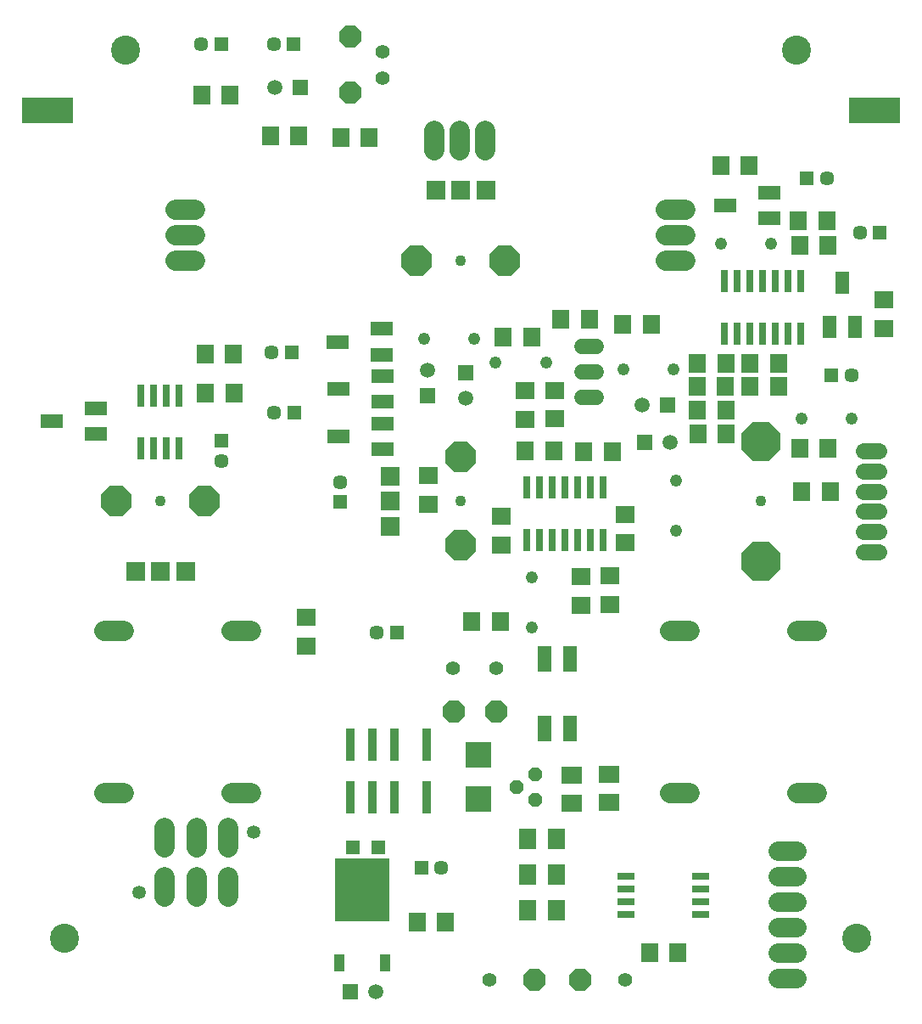
<source format=gbr>
G04 EAGLE Gerber X2 export*
%TF.Part,Single*%
%TF.FileFunction,Soldermask,Top,1*%
%TF.FilePolarity,Positive*%
%TF.GenerationSoftware,Autodesk,EAGLE,9.2.2*%
%TF.CreationDate,2019-03-12T13:45:35Z*%
G75*
%MOMM*%
%FSLAX34Y34*%
%LPD*%
%INSoldermask Top*%
%AMOC8*
5,1,8,0,0,1.08239X$1,22.5*%
G01*
%ADD10C,1.244600*%
%ADD11R,1.451600X1.451600*%
%ADD12C,1.451600*%
%ADD13R,1.701600X1.901600*%
%ADD14R,1.901600X1.701600*%
%ADD15C,1.509600*%
%ADD16R,1.509600X1.509600*%
%ADD17R,0.701600X2.301600*%
%ADD18C,2.051600*%
%ADD19R,0.901600X3.201600*%
%ADD20P,2.446851X8X112.500000*%
%ADD21R,1.371600X2.641600*%
%ADD22R,1.701600X1.904600*%
%ADD23R,2.286000X1.422400*%
%ADD24R,1.904600X1.701600*%
%ADD25R,1.422400X2.286000*%
%ADD26R,2.101600X1.701600*%
%ADD27R,1.701600X2.101600*%
%ADD28R,1.101600X1.701600*%
%ADD29R,5.501600X6.301600*%
%ADD30R,1.651000X0.635000*%
%ADD31R,1.981200X1.981200*%
%ADD32P,3.357141X8X292.500000*%
%ADD33C,1.101600*%
%ADD34P,2.446851X8X22.500000*%
%ADD35P,2.446851X8X202.500000*%
%ADD36R,2.501600X2.501600*%
%ADD37R,1.371600X1.371600*%
%ADD38C,1.609600*%
%ADD39P,4.233877X8X292.500000*%
%ADD40C,1.981200*%
%ADD41C,1.351600*%
%ADD42C,2.901600*%
%ADD43R,5.181600X2.641600*%
%ADD44P,1.539592X8X112.500000*%
%ADD45C,1.401600*%
%ADD46P,3.357141X8X202.500000*%
%ADD47C,2.057400*%
%ADD48P,3.357141X8X112.500000*%
%ADD49C,1.524000*%


D10*
X513722Y384460D03*
X513722Y434460D03*
D11*
X812551Y635345D03*
D12*
X832551Y635345D03*
D11*
X273939Y658477D03*
D12*
X253939Y658477D03*
D13*
X679574Y576956D03*
X707574Y576956D03*
D10*
X782905Y592749D03*
X832905Y592749D03*
X527562Y648635D03*
X477562Y648635D03*
D11*
X321794Y509377D03*
D12*
X321794Y529377D03*
D11*
X788182Y832407D03*
D12*
X808182Y832407D03*
D11*
X861071Y777583D03*
D12*
X841071Y777583D03*
D10*
X604711Y641405D03*
X654711Y641405D03*
D11*
X276089Y598484D03*
D12*
X256089Y598484D03*
D10*
X657859Y530638D03*
X657859Y480638D03*
D11*
X203425Y570566D03*
D12*
X203425Y550566D03*
D11*
X378902Y378804D03*
D12*
X358902Y378804D03*
D14*
X591425Y435479D03*
X591425Y407479D03*
D11*
X276037Y965820D03*
D12*
X256037Y965820D03*
D13*
X184396Y915428D03*
X212396Y915428D03*
X399453Y90453D03*
X427453Y90453D03*
D11*
X403109Y144963D03*
D12*
X423109Y144963D03*
D11*
X203287Y965665D03*
D12*
X183287Y965665D03*
D13*
X280920Y874103D03*
X252920Y874103D03*
D15*
X357957Y20706D03*
D16*
X332557Y20706D03*
D15*
X256960Y923048D03*
D16*
X282360Y923048D03*
D17*
X521232Y471705D03*
X521232Y523705D03*
X508532Y471705D03*
X533932Y471705D03*
X546632Y471705D03*
X508532Y523705D03*
X533932Y523705D03*
X546632Y523705D03*
X572032Y471705D03*
X572032Y523705D03*
X559332Y471705D03*
X584732Y471705D03*
X559332Y523705D03*
X584732Y523705D03*
X718251Y677263D03*
X718251Y729263D03*
X705551Y677263D03*
X730951Y677263D03*
X743651Y677263D03*
X705551Y729263D03*
X730951Y729263D03*
X743651Y729263D03*
X769051Y677263D03*
X769051Y729263D03*
X756351Y677263D03*
X781751Y677263D03*
X756351Y729263D03*
X781751Y729263D03*
D18*
X106250Y218850D02*
X86750Y218850D01*
X86750Y381150D02*
X106250Y381150D01*
X213750Y218850D02*
X233250Y218850D01*
X233250Y381150D02*
X213750Y381150D01*
D19*
X408205Y267599D03*
X376205Y267599D03*
X354205Y267599D03*
X332205Y267599D03*
X408205Y214599D03*
X376205Y214599D03*
X354205Y214599D03*
X332205Y214599D03*
D20*
X515874Y32854D03*
X561679Y32854D03*
D21*
X526483Y283179D03*
X551883Y283179D03*
X551883Y353179D03*
X526483Y353179D03*
D18*
X778750Y381150D02*
X798250Y381150D01*
X798250Y218850D02*
X778750Y218850D01*
X671250Y381150D02*
X651750Y381150D01*
X651750Y218850D02*
X671250Y218850D01*
D22*
X706993Y624985D03*
X678553Y624985D03*
D23*
X750408Y792147D03*
X706408Y804877D03*
X750408Y817607D03*
X363686Y656399D03*
X319686Y669129D03*
X363686Y681859D03*
D24*
X536457Y620752D03*
X536457Y592312D03*
D22*
X535225Y560010D03*
X506785Y560010D03*
D23*
X364540Y609573D03*
X320540Y622303D03*
X364540Y635033D03*
D22*
X604107Y686424D03*
X632547Y686424D03*
X809189Y765476D03*
X780749Y765476D03*
X730724Y845148D03*
X702284Y845148D03*
D25*
X810893Y684048D03*
X823623Y728048D03*
X836353Y684048D03*
D24*
X864531Y710902D03*
X864531Y682462D03*
X288000Y394220D03*
X288000Y365780D03*
D23*
X77998Y576990D03*
X33998Y589720D03*
X77998Y602450D03*
D26*
X553327Y237285D03*
X553327Y209285D03*
D22*
X678935Y601007D03*
X707375Y601007D03*
X807929Y790055D03*
X779489Y790055D03*
X707297Y647430D03*
X678857Y647430D03*
D27*
X537699Y173758D03*
X509699Y173758D03*
D22*
X759743Y624832D03*
X731303Y624832D03*
X811403Y519796D03*
X782963Y519796D03*
X809293Y562512D03*
X780853Y562512D03*
D27*
X509699Y137862D03*
X537699Y137862D03*
D26*
X590727Y237434D03*
X590727Y209434D03*
D22*
X453780Y390000D03*
X482220Y390000D03*
X731427Y647449D03*
X759867Y647449D03*
X565602Y559432D03*
X594042Y559432D03*
D24*
X562917Y406603D03*
X562917Y435043D03*
D22*
X513214Y673783D03*
X484774Y673783D03*
X542394Y691388D03*
X570834Y691388D03*
D28*
X321513Y49774D03*
X367113Y49774D03*
D29*
X344313Y122774D03*
D30*
X607481Y136458D03*
X607481Y123758D03*
X607481Y111058D03*
X607481Y98358D03*
X681649Y98358D03*
X681649Y111058D03*
X681649Y123758D03*
X681649Y136458D03*
D31*
X168000Y440000D03*
X143000Y440000D03*
X118000Y440000D03*
D32*
X187000Y510000D03*
X99000Y510000D03*
D33*
X143000Y510000D03*
D34*
X332290Y918003D03*
D35*
X332290Y973295D03*
D36*
X460171Y257116D03*
X460171Y213116D03*
D37*
X335188Y164867D03*
X360588Y164867D03*
D38*
X844462Y539996D02*
X859542Y539996D01*
X859542Y559996D02*
X844462Y559996D01*
X844462Y459996D02*
X859542Y459996D01*
X859542Y519996D02*
X844462Y519996D01*
X844462Y499996D02*
X859542Y499996D01*
X859542Y479996D02*
X844462Y479996D01*
D39*
X742002Y569996D03*
X742002Y449996D03*
D33*
X742002Y509996D03*
D40*
X759298Y161666D02*
X778094Y161666D01*
X778094Y136266D02*
X759298Y136266D01*
X759298Y110866D02*
X778094Y110866D01*
X778094Y85466D02*
X759298Y85466D01*
X759298Y60066D02*
X778094Y60066D01*
X778094Y34666D02*
X759298Y34666D01*
D18*
X146800Y115500D02*
X146800Y135000D01*
X178800Y135000D02*
X178800Y115500D01*
X210800Y115500D02*
X210800Y135000D01*
X210800Y165000D02*
X210800Y184500D01*
X178800Y184500D02*
X178800Y165000D01*
X146800Y165000D02*
X146800Y184500D01*
D41*
X121800Y120000D03*
X235800Y180000D03*
D42*
X108000Y960000D03*
X778000Y960000D03*
D10*
X702253Y766759D03*
X752253Y766759D03*
D43*
X855323Y900000D03*
X30529Y900000D03*
D44*
X516971Y237414D03*
X497921Y224714D03*
X516971Y212014D03*
D42*
X47000Y74500D03*
X838000Y74500D03*
D45*
X364520Y958431D03*
X364520Y932359D03*
X606469Y32854D03*
X471084Y32854D03*
D13*
X350791Y873022D03*
X322791Y873022D03*
D27*
X537699Y101966D03*
X509699Y101966D03*
D24*
X506739Y591943D03*
X506739Y620383D03*
D15*
X409773Y641036D03*
D16*
X409773Y615636D03*
D15*
X447437Y612644D03*
D16*
X447437Y638044D03*
D15*
X651406Y568795D03*
D16*
X626006Y568795D03*
D15*
X623884Y605694D03*
D16*
X649284Y605694D03*
D10*
X406382Y672032D03*
X456382Y672032D03*
D22*
X215728Y656933D03*
X187288Y656933D03*
X187898Y617508D03*
X216338Y617508D03*
D31*
X372500Y535000D03*
X372500Y510000D03*
X372500Y485000D03*
D46*
X442500Y554000D03*
X442500Y466000D03*
D33*
X442500Y510000D03*
D23*
X364357Y561834D03*
X320357Y574564D03*
X364357Y587294D03*
D24*
X482818Y466620D03*
X482818Y495060D03*
X606637Y468766D03*
X606637Y497206D03*
D17*
X148250Y615223D03*
X148250Y563223D03*
X160950Y615223D03*
X135550Y615223D03*
X122850Y615223D03*
X160950Y563223D03*
X135550Y563223D03*
X122850Y563223D03*
D13*
X659112Y60270D03*
X631112Y60270D03*
D34*
X477780Y300331D03*
X435292Y300368D03*
D45*
X477780Y343701D03*
X434855Y343370D03*
D24*
X409972Y507407D03*
X409972Y535847D03*
D47*
X647613Y800970D02*
X667171Y800970D01*
X667171Y775570D02*
X647613Y775570D01*
X647613Y750170D02*
X667171Y750170D01*
X177171Y800970D02*
X157613Y800970D01*
X157613Y775570D02*
X177171Y775570D01*
X177171Y750170D02*
X157613Y750170D01*
X416592Y860109D02*
X416592Y879667D01*
X441992Y879667D02*
X441992Y860109D01*
X467392Y860109D02*
X467392Y879667D01*
D31*
X467500Y820000D03*
X442500Y820000D03*
X417500Y820000D03*
D48*
X486500Y750000D03*
X398500Y750000D03*
D33*
X442500Y750000D03*
D49*
X563798Y613850D02*
X578022Y613850D01*
X578022Y639250D02*
X563798Y639250D01*
X563798Y664650D02*
X578022Y664650D01*
M02*

</source>
